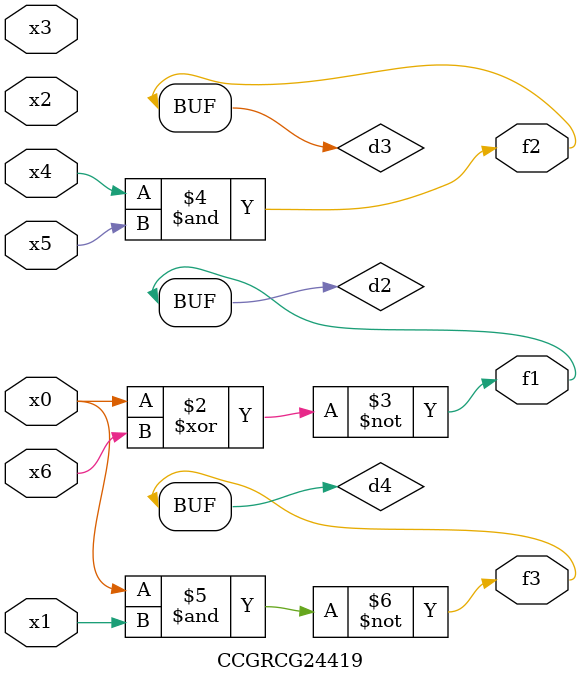
<source format=v>
module CCGRCG24419(
	input x0, x1, x2, x3, x4, x5, x6,
	output f1, f2, f3
);

	wire d1, d2, d3, d4;

	nor (d1, x0);
	xnor (d2, x0, x6);
	and (d3, x4, x5);
	nand (d4, x0, x1);
	assign f1 = d2;
	assign f2 = d3;
	assign f3 = d4;
endmodule

</source>
